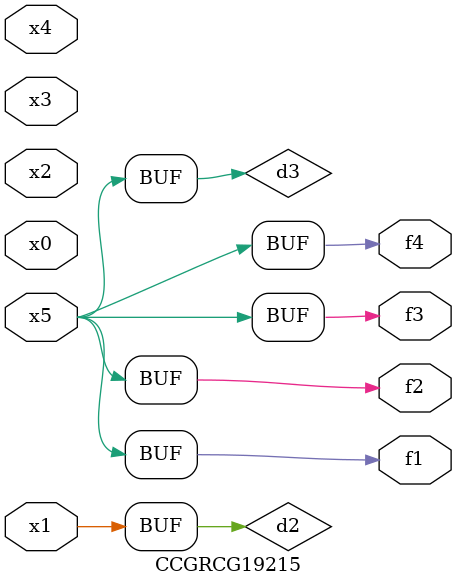
<source format=v>
module CCGRCG19215(
	input x0, x1, x2, x3, x4, x5,
	output f1, f2, f3, f4
);

	wire d1, d2, d3;

	not (d1, x5);
	or (d2, x1);
	xnor (d3, d1);
	assign f1 = d3;
	assign f2 = d3;
	assign f3 = d3;
	assign f4 = d3;
endmodule

</source>
